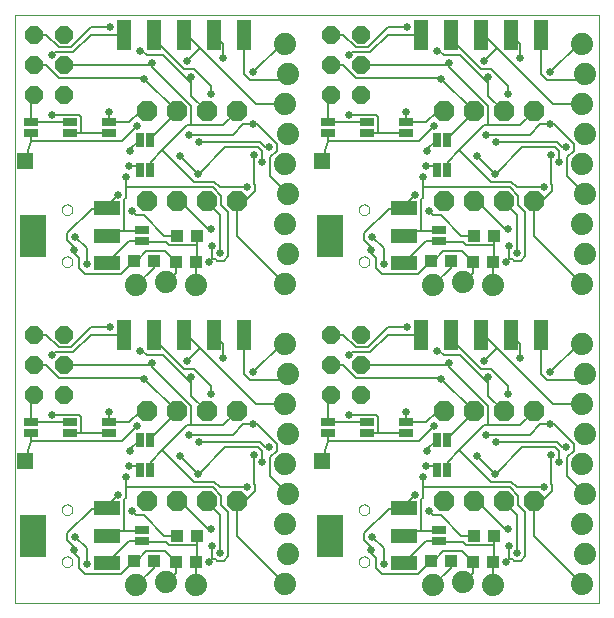
<source format=gbl>
G75*
%MOIN*%
%OFA0B0*%
%FSLAX24Y24*%
%IPPOS*%
%LPD*%
%AMOC8*
5,1,8,0,0,1.08239X$1,22.5*
%
%ADD10C,0.0000*%
%ADD11OC8,0.0680*%
%ADD12R,0.0433X0.0394*%
%ADD13R,0.0500X0.1000*%
%ADD14C,0.0740*%
%ADD15R,0.0880X0.0480*%
%ADD16R,0.0866X0.1417*%
%ADD17R,0.0500X0.0250*%
%ADD18OC8,0.0600*%
%ADD19R,0.0250X0.0500*%
%ADD20R,0.0551X0.0551*%
%ADD21C,0.0080*%
%ADD22C,0.0260*%
%ADD23R,0.0356X0.0356*%
D10*
X000778Y000102D02*
X000778Y019723D01*
X020273Y019723D01*
X020273Y000102D01*
X000778Y000102D01*
X002351Y001485D02*
X002353Y001511D01*
X002359Y001537D01*
X002369Y001562D01*
X002382Y001585D01*
X002398Y001605D01*
X002418Y001623D01*
X002440Y001638D01*
X002463Y001650D01*
X002489Y001658D01*
X002515Y001662D01*
X002541Y001662D01*
X002567Y001658D01*
X002593Y001650D01*
X002617Y001638D01*
X002638Y001623D01*
X002658Y001605D01*
X002674Y001585D01*
X002687Y001562D01*
X002697Y001537D01*
X002703Y001511D01*
X002705Y001485D01*
X002703Y001459D01*
X002697Y001433D01*
X002687Y001408D01*
X002674Y001385D01*
X002658Y001365D01*
X002638Y001347D01*
X002616Y001332D01*
X002593Y001320D01*
X002567Y001312D01*
X002541Y001308D01*
X002515Y001308D01*
X002489Y001312D01*
X002463Y001320D01*
X002439Y001332D01*
X002418Y001347D01*
X002398Y001365D01*
X002382Y001385D01*
X002369Y001408D01*
X002359Y001433D01*
X002353Y001459D01*
X002351Y001485D01*
X002351Y003218D02*
X002353Y003244D01*
X002359Y003270D01*
X002369Y003295D01*
X002382Y003318D01*
X002398Y003338D01*
X002418Y003356D01*
X002440Y003371D01*
X002463Y003383D01*
X002489Y003391D01*
X002515Y003395D01*
X002541Y003395D01*
X002567Y003391D01*
X002593Y003383D01*
X002617Y003371D01*
X002638Y003356D01*
X002658Y003338D01*
X002674Y003318D01*
X002687Y003295D01*
X002697Y003270D01*
X002703Y003244D01*
X002705Y003218D01*
X002703Y003192D01*
X002697Y003166D01*
X002687Y003141D01*
X002674Y003118D01*
X002658Y003098D01*
X002638Y003080D01*
X002616Y003065D01*
X002593Y003053D01*
X002567Y003045D01*
X002541Y003041D01*
X002515Y003041D01*
X002489Y003045D01*
X002463Y003053D01*
X002439Y003065D01*
X002418Y003080D01*
X002398Y003098D01*
X002382Y003118D01*
X002369Y003141D01*
X002359Y003166D01*
X002353Y003192D01*
X002351Y003218D01*
X002351Y011485D02*
X002353Y011511D01*
X002359Y011537D01*
X002369Y011562D01*
X002382Y011585D01*
X002398Y011605D01*
X002418Y011623D01*
X002440Y011638D01*
X002463Y011650D01*
X002489Y011658D01*
X002515Y011662D01*
X002541Y011662D01*
X002567Y011658D01*
X002593Y011650D01*
X002617Y011638D01*
X002638Y011623D01*
X002658Y011605D01*
X002674Y011585D01*
X002687Y011562D01*
X002697Y011537D01*
X002703Y011511D01*
X002705Y011485D01*
X002703Y011459D01*
X002697Y011433D01*
X002687Y011408D01*
X002674Y011385D01*
X002658Y011365D01*
X002638Y011347D01*
X002616Y011332D01*
X002593Y011320D01*
X002567Y011312D01*
X002541Y011308D01*
X002515Y011308D01*
X002489Y011312D01*
X002463Y011320D01*
X002439Y011332D01*
X002418Y011347D01*
X002398Y011365D01*
X002382Y011385D01*
X002369Y011408D01*
X002359Y011433D01*
X002353Y011459D01*
X002351Y011485D01*
X002351Y013218D02*
X002353Y013244D01*
X002359Y013270D01*
X002369Y013295D01*
X002382Y013318D01*
X002398Y013338D01*
X002418Y013356D01*
X002440Y013371D01*
X002463Y013383D01*
X002489Y013391D01*
X002515Y013395D01*
X002541Y013395D01*
X002567Y013391D01*
X002593Y013383D01*
X002617Y013371D01*
X002638Y013356D01*
X002658Y013338D01*
X002674Y013318D01*
X002687Y013295D01*
X002697Y013270D01*
X002703Y013244D01*
X002705Y013218D01*
X002703Y013192D01*
X002697Y013166D01*
X002687Y013141D01*
X002674Y013118D01*
X002658Y013098D01*
X002638Y013080D01*
X002616Y013065D01*
X002593Y013053D01*
X002567Y013045D01*
X002541Y013041D01*
X002515Y013041D01*
X002489Y013045D01*
X002463Y013053D01*
X002439Y013065D01*
X002418Y013080D01*
X002398Y013098D01*
X002382Y013118D01*
X002369Y013141D01*
X002359Y013166D01*
X002353Y013192D01*
X002351Y013218D01*
X012251Y013218D02*
X012253Y013244D01*
X012259Y013270D01*
X012269Y013295D01*
X012282Y013318D01*
X012298Y013338D01*
X012318Y013356D01*
X012340Y013371D01*
X012363Y013383D01*
X012389Y013391D01*
X012415Y013395D01*
X012441Y013395D01*
X012467Y013391D01*
X012493Y013383D01*
X012517Y013371D01*
X012538Y013356D01*
X012558Y013338D01*
X012574Y013318D01*
X012587Y013295D01*
X012597Y013270D01*
X012603Y013244D01*
X012605Y013218D01*
X012603Y013192D01*
X012597Y013166D01*
X012587Y013141D01*
X012574Y013118D01*
X012558Y013098D01*
X012538Y013080D01*
X012516Y013065D01*
X012493Y013053D01*
X012467Y013045D01*
X012441Y013041D01*
X012415Y013041D01*
X012389Y013045D01*
X012363Y013053D01*
X012339Y013065D01*
X012318Y013080D01*
X012298Y013098D01*
X012282Y013118D01*
X012269Y013141D01*
X012259Y013166D01*
X012253Y013192D01*
X012251Y013218D01*
X012251Y011485D02*
X012253Y011511D01*
X012259Y011537D01*
X012269Y011562D01*
X012282Y011585D01*
X012298Y011605D01*
X012318Y011623D01*
X012340Y011638D01*
X012363Y011650D01*
X012389Y011658D01*
X012415Y011662D01*
X012441Y011662D01*
X012467Y011658D01*
X012493Y011650D01*
X012517Y011638D01*
X012538Y011623D01*
X012558Y011605D01*
X012574Y011585D01*
X012587Y011562D01*
X012597Y011537D01*
X012603Y011511D01*
X012605Y011485D01*
X012603Y011459D01*
X012597Y011433D01*
X012587Y011408D01*
X012574Y011385D01*
X012558Y011365D01*
X012538Y011347D01*
X012516Y011332D01*
X012493Y011320D01*
X012467Y011312D01*
X012441Y011308D01*
X012415Y011308D01*
X012389Y011312D01*
X012363Y011320D01*
X012339Y011332D01*
X012318Y011347D01*
X012298Y011365D01*
X012282Y011385D01*
X012269Y011408D01*
X012259Y011433D01*
X012253Y011459D01*
X012251Y011485D01*
X012251Y003218D02*
X012253Y003244D01*
X012259Y003270D01*
X012269Y003295D01*
X012282Y003318D01*
X012298Y003338D01*
X012318Y003356D01*
X012340Y003371D01*
X012363Y003383D01*
X012389Y003391D01*
X012415Y003395D01*
X012441Y003395D01*
X012467Y003391D01*
X012493Y003383D01*
X012517Y003371D01*
X012538Y003356D01*
X012558Y003338D01*
X012574Y003318D01*
X012587Y003295D01*
X012597Y003270D01*
X012603Y003244D01*
X012605Y003218D01*
X012603Y003192D01*
X012597Y003166D01*
X012587Y003141D01*
X012574Y003118D01*
X012558Y003098D01*
X012538Y003080D01*
X012516Y003065D01*
X012493Y003053D01*
X012467Y003045D01*
X012441Y003041D01*
X012415Y003041D01*
X012389Y003045D01*
X012363Y003053D01*
X012339Y003065D01*
X012318Y003080D01*
X012298Y003098D01*
X012282Y003118D01*
X012269Y003141D01*
X012259Y003166D01*
X012253Y003192D01*
X012251Y003218D01*
X012251Y001485D02*
X012253Y001511D01*
X012259Y001537D01*
X012269Y001562D01*
X012282Y001585D01*
X012298Y001605D01*
X012318Y001623D01*
X012340Y001638D01*
X012363Y001650D01*
X012389Y001658D01*
X012415Y001662D01*
X012441Y001662D01*
X012467Y001658D01*
X012493Y001650D01*
X012517Y001638D01*
X012538Y001623D01*
X012558Y001605D01*
X012574Y001585D01*
X012587Y001562D01*
X012597Y001537D01*
X012603Y001511D01*
X012605Y001485D01*
X012603Y001459D01*
X012597Y001433D01*
X012587Y001408D01*
X012574Y001385D01*
X012558Y001365D01*
X012538Y001347D01*
X012516Y001332D01*
X012493Y001320D01*
X012467Y001312D01*
X012441Y001308D01*
X012415Y001308D01*
X012389Y001312D01*
X012363Y001320D01*
X012339Y001332D01*
X012318Y001347D01*
X012298Y001365D01*
X012282Y001385D01*
X012269Y001408D01*
X012259Y001433D01*
X012253Y001459D01*
X012251Y001485D01*
D11*
X015083Y003500D03*
X016083Y003500D03*
X017083Y003500D03*
X018083Y003500D03*
X018083Y006500D03*
X017083Y006500D03*
X016083Y006500D03*
X015083Y006500D03*
X015083Y013500D03*
X016083Y013500D03*
X017083Y013500D03*
X018083Y013500D03*
X018083Y016500D03*
X017083Y016500D03*
X016083Y016500D03*
X015083Y016500D03*
X008183Y016500D03*
X007183Y016500D03*
X006183Y016500D03*
X005183Y016500D03*
X005183Y013500D03*
X006183Y013500D03*
X007183Y013500D03*
X008183Y013500D03*
X008183Y006500D03*
X007183Y006500D03*
X006183Y006500D03*
X005183Y006500D03*
X005183Y003500D03*
X006183Y003500D03*
X007183Y003500D03*
X008183Y003500D03*
D12*
X006862Y002352D03*
X006193Y002352D03*
X006157Y001494D03*
X006826Y001494D03*
X005426Y001513D03*
X004757Y001513D03*
X004757Y011513D03*
X005426Y011513D03*
X006157Y011494D03*
X006826Y011494D03*
X006862Y012352D03*
X006193Y012352D03*
X014657Y011513D03*
X015326Y011513D03*
X016057Y011494D03*
X016726Y011494D03*
X016762Y012352D03*
X016093Y012352D03*
X016093Y002352D03*
X016762Y002352D03*
X016726Y001494D03*
X016057Y001494D03*
X015326Y001513D03*
X014657Y001513D03*
D13*
X014328Y009052D03*
X015328Y009052D03*
X016328Y009052D03*
X017328Y009052D03*
X018328Y009052D03*
X018328Y019052D03*
X017328Y019052D03*
X016328Y019052D03*
X015328Y019052D03*
X014328Y019052D03*
X008428Y019052D03*
X007428Y019052D03*
X006428Y019052D03*
X005428Y019052D03*
X004428Y019052D03*
X004428Y009052D03*
X005428Y009052D03*
X006428Y009052D03*
X007428Y009052D03*
X008428Y009052D03*
D14*
X009778Y008752D03*
X009878Y007752D03*
X009778Y006752D03*
X009878Y005752D03*
X009778Y004752D03*
X009878Y003752D03*
X009778Y002752D03*
X009878Y001752D03*
X009778Y000752D03*
X006828Y000702D03*
X005828Y000802D03*
X004828Y000702D03*
X004828Y010702D03*
X005828Y010802D03*
X006828Y010702D03*
X009778Y010752D03*
X009878Y011752D03*
X009778Y012752D03*
X009878Y013752D03*
X009778Y014752D03*
X009878Y015752D03*
X009778Y016752D03*
X009878Y017752D03*
X009778Y018752D03*
X015728Y010802D03*
X016728Y010702D03*
X014728Y010702D03*
X019678Y010752D03*
X019778Y011752D03*
X019678Y012752D03*
X019778Y013752D03*
X019678Y014752D03*
X019778Y015752D03*
X019678Y016752D03*
X019778Y017752D03*
X019678Y018752D03*
X019678Y008752D03*
X019778Y007752D03*
X019678Y006752D03*
X019778Y005752D03*
X019678Y004752D03*
X019778Y003752D03*
X019678Y002752D03*
X019778Y001752D03*
X019678Y000752D03*
X016728Y000702D03*
X015728Y000802D03*
X014728Y000702D03*
D15*
X013748Y001442D03*
X013748Y002352D03*
X013748Y003262D03*
X013748Y011442D03*
X013748Y012352D03*
X013748Y013262D03*
X003848Y013262D03*
X003848Y012352D03*
X003848Y011442D03*
X003848Y003262D03*
X003848Y002352D03*
X003848Y001442D03*
D16*
X001407Y002352D03*
X001407Y012352D03*
X011307Y012352D03*
X011307Y002352D03*
D17*
X011228Y005774D03*
X011228Y006129D03*
X012528Y006129D03*
X012528Y005774D03*
X013828Y005774D03*
X013828Y006129D03*
X014928Y002529D03*
X014928Y002174D03*
X014928Y012174D03*
X014928Y012529D03*
X013828Y015774D03*
X013828Y016129D03*
X012528Y016129D03*
X012528Y015774D03*
X011228Y015774D03*
X011228Y016129D03*
X005028Y012529D03*
X005028Y012174D03*
X003928Y015774D03*
X003928Y016129D03*
X002628Y016129D03*
X002628Y015774D03*
X001328Y015774D03*
X001328Y016129D03*
X001328Y006129D03*
X001328Y005774D03*
X002628Y005774D03*
X002628Y006129D03*
X003928Y006129D03*
X003928Y005774D03*
X005028Y002529D03*
X005028Y002174D03*
D18*
X002428Y007052D03*
X002428Y008052D03*
X001428Y008052D03*
X001428Y007052D03*
X001428Y009052D03*
X002428Y009052D03*
X002428Y017052D03*
X002428Y018052D03*
X002428Y019052D03*
X001428Y019052D03*
X001428Y018052D03*
X001428Y017052D03*
X011328Y017052D03*
X011328Y018052D03*
X011328Y019052D03*
X012328Y019052D03*
X012328Y018052D03*
X012328Y017052D03*
X012328Y009052D03*
X012328Y008052D03*
X012328Y007052D03*
X011328Y007052D03*
X011328Y008052D03*
X011328Y009052D03*
D19*
X014850Y005552D03*
X015205Y005552D03*
X015205Y004552D03*
X014850Y004552D03*
X014850Y014552D03*
X015205Y014552D03*
X015205Y015552D03*
X014850Y015552D03*
X005305Y015552D03*
X004950Y015552D03*
X004950Y014552D03*
X005305Y014552D03*
X005305Y005552D03*
X004950Y005552D03*
X004950Y004552D03*
X005305Y004552D03*
D20*
X001128Y004852D03*
X001128Y014852D03*
X011028Y014852D03*
X011028Y004852D03*
D21*
X011228Y005522D01*
X014248Y005522D01*
X014748Y006022D01*
X014488Y006132D02*
X014848Y006492D01*
X015078Y006492D01*
X015083Y006500D01*
X014488Y006132D02*
X013828Y006132D01*
X013828Y006129D01*
X013808Y006162D01*
X013808Y006482D01*
X013828Y005774D02*
X013828Y005772D01*
X012898Y005772D01*
X012898Y006312D01*
X012818Y006392D01*
X011908Y006392D01*
X012528Y006132D02*
X011258Y006132D01*
X011228Y006129D01*
X011228Y006952D01*
X011328Y007052D01*
X011328Y008052D02*
X011728Y008052D01*
X012168Y007612D01*
X014968Y007612D01*
X014998Y007592D01*
X016058Y006532D01*
X016083Y006500D01*
X016078Y006492D01*
X015208Y005622D01*
X015208Y005552D01*
X015205Y005552D01*
X014850Y005552D02*
X014848Y005552D01*
X014528Y005232D01*
X014528Y005182D01*
X014488Y004662D02*
X014738Y004662D01*
X014848Y004552D01*
X014850Y004552D01*
X015205Y004552D02*
X015208Y004552D01*
X015208Y004812D01*
X015603Y005207D01*
X016668Y004142D01*
X017328Y004142D01*
X017508Y003962D01*
X018418Y003962D01*
X018668Y004082D02*
X018678Y004072D01*
X018678Y003852D01*
X018118Y003292D01*
X018083Y003500D01*
X018088Y003492D01*
X018088Y002342D01*
X019678Y000752D01*
X017798Y001672D02*
X017798Y003132D01*
X017548Y003382D01*
X017548Y003692D01*
X017278Y003962D01*
X014388Y003962D01*
X014388Y003612D01*
X014338Y003562D01*
X014338Y002522D01*
X014928Y002522D01*
X014928Y002529D01*
X014928Y002174D02*
X014958Y002152D01*
X015708Y002152D01*
X015828Y002032D01*
X016758Y002032D01*
X016758Y002352D01*
X016762Y002352D01*
X016758Y002032D02*
X016758Y001512D01*
X016726Y001494D01*
X016728Y001492D01*
X016728Y000702D01*
X017168Y001492D02*
X017268Y001592D01*
X017298Y001572D01*
X017378Y001572D01*
X017428Y001522D01*
X017648Y001522D01*
X017798Y001672D01*
X017538Y001782D02*
X017538Y003042D01*
X017088Y003492D01*
X017083Y003500D01*
X016208Y003492D02*
X017128Y002572D01*
X017228Y002572D01*
X017268Y002022D02*
X017268Y001592D01*
X016057Y001494D02*
X016008Y001502D01*
X015678Y001832D01*
X015058Y001832D01*
X014748Y001522D01*
X014658Y001522D01*
X014657Y001513D01*
X014638Y001482D01*
X014238Y001082D01*
X013038Y001082D01*
X012828Y001292D01*
X012828Y001612D01*
X012688Y001752D01*
X012688Y001932D01*
X012668Y001862D01*
X012668Y001982D01*
X012438Y002212D01*
X012438Y002432D01*
X013248Y003242D01*
X013718Y003242D01*
X013748Y003262D01*
X013748Y003342D01*
X014128Y003722D01*
X014388Y003962D02*
X014388Y004302D01*
X014598Y003172D02*
X014738Y003032D01*
X014978Y003032D01*
X015658Y002352D01*
X016093Y002352D01*
X016057Y001494D02*
X016048Y001492D01*
X016048Y001122D01*
X015728Y000802D01*
X015318Y001292D02*
X014728Y000702D01*
X015318Y001292D02*
X015318Y001512D01*
X015326Y001513D01*
X014928Y002172D02*
X014928Y002174D01*
X014928Y002172D02*
X014478Y002172D01*
X013748Y001442D01*
X013088Y001402D02*
X013088Y001932D01*
X012698Y002322D01*
X013748Y002352D02*
X013918Y002522D01*
X014338Y002522D01*
X016088Y003492D02*
X016083Y003500D01*
X016088Y003492D02*
X016208Y003492D01*
X016778Y004402D02*
X016808Y004422D01*
X017698Y005312D01*
X018778Y005312D01*
X018928Y005162D01*
X018928Y004802D01*
X018668Y005052D02*
X018668Y004082D01*
X019188Y004342D02*
X019778Y003752D01*
X019188Y004342D02*
X019188Y004962D01*
X019418Y005192D01*
X019418Y005412D01*
X018748Y006082D01*
X018638Y006082D01*
X018608Y006062D01*
X018298Y006062D01*
X017958Y005722D01*
X016488Y005722D01*
X016548Y006032D02*
X016428Y006032D01*
X015603Y005207D01*
X016178Y005002D02*
X016778Y004402D01*
X016828Y005462D02*
X016838Y005472D01*
X018848Y005472D01*
X019018Y005302D01*
X019158Y005302D01*
X018078Y006492D02*
X018083Y006500D01*
X018078Y006492D02*
X017618Y006032D01*
X016548Y006032D01*
X016548Y006692D01*
X015258Y007982D01*
X015258Y008122D01*
X015228Y008052D01*
X012328Y008052D01*
X012628Y008472D02*
X012008Y008472D01*
X011908Y008372D01*
X012148Y008632D02*
X012558Y008632D01*
X013238Y009312D01*
X013858Y009312D01*
X014328Y009052D02*
X013208Y009052D01*
X012628Y008472D01*
X012148Y008632D02*
X011728Y009052D01*
X011328Y009052D01*
X009878Y007752D02*
X009678Y007552D01*
X008628Y007552D01*
X008428Y007752D01*
X008428Y009052D01*
X007738Y008742D02*
X007738Y008272D01*
X007738Y008742D02*
X007428Y009052D01*
X006953Y008607D02*
X006528Y008182D01*
X006428Y007912D02*
X006768Y007912D01*
X007338Y007342D01*
X007338Y007082D01*
X007178Y006502D02*
X007183Y006500D01*
X007178Y006502D02*
X006658Y007022D01*
X006658Y007482D01*
X006628Y007482D01*
X005728Y008382D01*
X005178Y008382D01*
X005038Y008522D01*
X004958Y008522D01*
X005358Y008122D02*
X005328Y008052D01*
X002428Y008052D01*
X002268Y007612D02*
X005068Y007612D01*
X005098Y007592D01*
X006158Y006532D01*
X006183Y006500D01*
X006178Y006492D01*
X005308Y005622D01*
X005308Y005552D01*
X005305Y005552D01*
X005703Y005207D02*
X006768Y004142D01*
X007428Y004142D01*
X007608Y003962D01*
X008518Y003962D01*
X008768Y004082D02*
X008778Y004072D01*
X008778Y003852D01*
X008218Y003292D01*
X008183Y003500D01*
X008188Y003492D01*
X008188Y002342D01*
X009778Y000752D01*
X007898Y001672D02*
X007748Y001522D01*
X007528Y001522D01*
X007478Y001572D01*
X007398Y001572D01*
X007368Y001592D01*
X007268Y001492D01*
X007368Y001592D02*
X007368Y002022D01*
X007638Y001782D02*
X007638Y003042D01*
X007188Y003492D01*
X007183Y003500D01*
X007648Y003382D02*
X007648Y003692D01*
X007378Y003962D01*
X004488Y003962D01*
X004488Y003612D01*
X004438Y003562D01*
X004438Y002522D01*
X005028Y002522D01*
X005028Y002529D01*
X005028Y002174D02*
X005058Y002152D01*
X005808Y002152D01*
X005928Y002032D01*
X006858Y002032D01*
X006858Y002352D01*
X006862Y002352D01*
X006858Y002032D02*
X006858Y001512D01*
X006826Y001494D01*
X006828Y001492D01*
X006828Y000702D01*
X006148Y001122D02*
X006148Y001492D01*
X006157Y001494D01*
X006108Y001502D01*
X005778Y001832D01*
X005158Y001832D01*
X004848Y001522D01*
X004758Y001522D01*
X004757Y001513D01*
X004738Y001482D01*
X004338Y001082D01*
X003138Y001082D01*
X002928Y001292D01*
X002928Y001612D01*
X002788Y001752D01*
X002788Y001932D01*
X002768Y001862D01*
X002768Y001982D01*
X002538Y002212D01*
X002538Y002432D01*
X003348Y003242D01*
X003818Y003242D01*
X003848Y003262D01*
X003848Y003342D01*
X004228Y003722D01*
X004488Y003962D02*
X004488Y004302D01*
X004588Y004662D02*
X004838Y004662D01*
X004948Y004552D01*
X004950Y004552D01*
X005305Y004552D02*
X005308Y004552D01*
X005308Y004812D01*
X005703Y005207D01*
X006528Y006032D01*
X006648Y006032D01*
X006648Y006692D01*
X005358Y007982D01*
X005358Y008122D01*
X005428Y008912D02*
X006428Y007912D01*
X006658Y007652D02*
X006658Y007482D01*
X006953Y008607D02*
X006508Y009052D01*
X006428Y009052D01*
X006953Y008607D02*
X008808Y006752D01*
X009778Y006752D01*
X008848Y006082D02*
X009518Y005412D01*
X009518Y005192D01*
X009288Y004962D01*
X009288Y004342D01*
X009878Y003752D01*
X008768Y004082D02*
X008768Y005052D01*
X008878Y005312D02*
X009028Y005162D01*
X009028Y004802D01*
X009118Y005302D02*
X008948Y005472D01*
X006938Y005472D01*
X006928Y005462D01*
X006588Y005722D02*
X008058Y005722D01*
X008398Y006062D01*
X008708Y006062D01*
X008738Y006082D01*
X008848Y006082D01*
X008178Y006492D02*
X008183Y006500D01*
X008178Y006492D02*
X007718Y006032D01*
X006648Y006032D01*
X006278Y005002D02*
X006878Y004402D01*
X006908Y004422D01*
X007798Y005312D01*
X008878Y005312D01*
X009118Y005302D02*
X009258Y005302D01*
X007648Y003382D02*
X007898Y003132D01*
X007898Y001672D01*
X007328Y002572D02*
X007228Y002572D01*
X006308Y003492D01*
X006188Y003492D01*
X006183Y003500D01*
X006193Y002352D02*
X005758Y002352D01*
X005078Y003032D01*
X004838Y003032D01*
X004698Y003172D01*
X004438Y002522D02*
X004018Y002522D01*
X003848Y002352D01*
X003188Y001932D02*
X002798Y002322D01*
X003188Y001932D02*
X003188Y001402D01*
X003848Y001442D02*
X004578Y002172D01*
X005028Y002172D01*
X005028Y002174D01*
X005418Y001512D02*
X005426Y001513D01*
X005418Y001512D02*
X005418Y001292D01*
X004828Y000702D01*
X005828Y000802D02*
X006148Y001122D01*
X004628Y005182D02*
X004628Y005232D01*
X004948Y005552D01*
X004950Y005552D01*
X004848Y006022D02*
X004348Y005522D01*
X001328Y005522D01*
X001328Y005774D01*
X001328Y005522D02*
X001128Y004852D01*
X001328Y006129D02*
X001358Y006132D01*
X002628Y006132D01*
X002628Y006129D01*
X002628Y005774D02*
X002628Y005772D01*
X002998Y005772D01*
X002998Y006312D01*
X002918Y006392D01*
X002008Y006392D01*
X001328Y006129D02*
X001328Y006952D01*
X001428Y007052D01*
X001428Y008052D02*
X001828Y008052D01*
X002268Y007612D01*
X002008Y008372D02*
X002108Y008472D01*
X002728Y008472D01*
X003308Y009052D01*
X004428Y009052D01*
X003958Y009312D02*
X003338Y009312D01*
X002658Y008632D01*
X002248Y008632D01*
X001828Y009052D01*
X001428Y009052D01*
X003138Y011082D02*
X004338Y011082D01*
X004738Y011482D01*
X004757Y011513D01*
X004758Y011522D01*
X004848Y011522D01*
X005158Y011832D01*
X005778Y011832D01*
X006108Y011502D01*
X006157Y011494D01*
X006148Y011492D01*
X006148Y011122D01*
X005828Y010802D01*
X005418Y011292D02*
X004828Y010702D01*
X005418Y011292D02*
X005418Y011512D01*
X005426Y011513D01*
X005928Y012032D02*
X005808Y012152D01*
X005058Y012152D01*
X005028Y012174D01*
X005028Y012172D01*
X004578Y012172D01*
X003848Y011442D01*
X003188Y011402D02*
X003188Y011932D01*
X002798Y012322D01*
X002538Y012432D02*
X003348Y013242D01*
X003818Y013242D01*
X003848Y013262D01*
X003848Y013342D01*
X004228Y013722D01*
X004438Y013562D02*
X004488Y013612D01*
X004488Y013962D01*
X007378Y013962D01*
X007648Y013692D01*
X007648Y013382D01*
X007898Y013132D01*
X007898Y011672D01*
X007748Y011522D01*
X007528Y011522D01*
X007478Y011572D01*
X007398Y011572D01*
X007368Y011592D01*
X007268Y011492D01*
X007368Y011592D02*
X007368Y012022D01*
X007638Y011782D02*
X007638Y013042D01*
X007188Y013492D01*
X007183Y013500D01*
X007608Y013962D02*
X007428Y014142D01*
X006768Y014142D01*
X005703Y015207D01*
X005308Y014812D01*
X005308Y014552D01*
X005305Y014552D01*
X004950Y014552D02*
X004948Y014552D01*
X004838Y014662D01*
X004588Y014662D01*
X004488Y014302D02*
X004488Y013962D01*
X004438Y013562D02*
X004438Y012522D01*
X005028Y012522D01*
X005028Y012529D01*
X005078Y013032D02*
X004838Y013032D01*
X004698Y013172D01*
X005078Y013032D02*
X005758Y012352D01*
X006193Y012352D01*
X005928Y012032D02*
X006858Y012032D01*
X006858Y012352D01*
X006862Y012352D01*
X006858Y012032D02*
X006858Y011512D01*
X006826Y011494D01*
X006828Y011492D01*
X006828Y010702D01*
X005428Y009052D02*
X005428Y008912D01*
X005183Y006500D02*
X005178Y006492D01*
X004948Y006492D01*
X004588Y006132D01*
X003928Y006132D01*
X003928Y006129D01*
X003908Y006162D01*
X003908Y006482D01*
X003928Y005774D02*
X003928Y005772D01*
X002998Y005772D01*
X003138Y011082D02*
X002928Y011292D01*
X002928Y011612D01*
X002788Y011752D01*
X002788Y011932D01*
X002768Y011862D01*
X002768Y011982D01*
X002538Y012212D01*
X002538Y012432D01*
X003848Y012352D02*
X004018Y012522D01*
X004438Y012522D01*
X006188Y013492D02*
X006183Y013500D01*
X006188Y013492D02*
X006308Y013492D01*
X007228Y012572D01*
X007328Y012572D01*
X008188Y012342D02*
X009778Y010752D01*
X009778Y008752D02*
X009678Y008752D01*
X008738Y007812D01*
X011228Y005774D02*
X011228Y005522D01*
X012528Y005772D02*
X012528Y005774D01*
X012528Y005772D02*
X012898Y005772D01*
X012528Y006129D02*
X012528Y006132D01*
X014858Y008522D02*
X014938Y008522D01*
X015078Y008382D01*
X015628Y008382D01*
X016528Y007482D01*
X016558Y007482D01*
X016558Y007652D01*
X016558Y007482D02*
X016558Y007022D01*
X017078Y006502D01*
X017083Y006500D01*
X017238Y007082D02*
X017238Y007342D01*
X016668Y007912D01*
X016328Y007912D01*
X015328Y008912D01*
X015328Y009052D01*
X016328Y009052D02*
X016408Y009052D01*
X016853Y008607D01*
X016428Y008182D01*
X016853Y008607D02*
X018708Y006752D01*
X019678Y006752D01*
X019578Y007552D02*
X019778Y007752D01*
X019578Y007552D02*
X018528Y007552D01*
X018328Y007752D01*
X018328Y009052D01*
X017638Y008742D02*
X017328Y009052D01*
X017638Y008742D02*
X017638Y008272D01*
X018638Y007812D02*
X019578Y008752D01*
X019678Y008752D01*
X019678Y010752D02*
X018088Y012342D01*
X018088Y013492D01*
X018083Y013500D01*
X018118Y013292D01*
X018678Y013852D01*
X018678Y014072D01*
X018668Y014082D01*
X018668Y015052D01*
X018928Y015162D02*
X018928Y014802D01*
X018928Y015162D02*
X018778Y015312D01*
X017698Y015312D01*
X016808Y014422D01*
X016778Y014402D01*
X016178Y015002D01*
X015603Y015207D02*
X016668Y014142D01*
X017328Y014142D01*
X017508Y013962D01*
X018418Y013962D01*
X019188Y014342D02*
X019188Y014962D01*
X019418Y015192D01*
X019418Y015412D01*
X018748Y016082D01*
X018638Y016082D01*
X018608Y016062D01*
X018298Y016062D01*
X017958Y015722D01*
X016488Y015722D01*
X016548Y016032D02*
X016428Y016032D01*
X015603Y015207D01*
X015208Y014812D01*
X015208Y014552D01*
X015205Y014552D01*
X014850Y014552D02*
X014848Y014552D01*
X014738Y014662D01*
X014488Y014662D01*
X014388Y014302D02*
X014388Y013962D01*
X017278Y013962D01*
X017548Y013692D01*
X017548Y013382D01*
X017798Y013132D01*
X017798Y011672D01*
X017648Y011522D01*
X017428Y011522D01*
X017378Y011572D01*
X017298Y011572D01*
X017268Y011592D01*
X017168Y011492D01*
X017268Y011592D02*
X017268Y012022D01*
X017538Y011782D02*
X017538Y013042D01*
X017088Y013492D01*
X017083Y013500D01*
X016208Y013492D02*
X017128Y012572D01*
X017228Y012572D01*
X016762Y012352D02*
X016758Y012352D01*
X016758Y012032D01*
X015828Y012032D01*
X015708Y012152D01*
X014958Y012152D01*
X014928Y012174D01*
X014928Y012172D01*
X014478Y012172D01*
X013748Y011442D01*
X014238Y011082D02*
X014638Y011482D01*
X014657Y011513D01*
X014658Y011522D01*
X014748Y011522D01*
X015058Y011832D01*
X015678Y011832D01*
X016008Y011502D01*
X016057Y011494D01*
X016048Y011492D01*
X016048Y011122D01*
X015728Y010802D01*
X015318Y011292D02*
X014728Y010702D01*
X014238Y011082D02*
X013038Y011082D01*
X012828Y011292D01*
X012828Y011612D01*
X012688Y011752D01*
X012688Y011932D01*
X012668Y011862D01*
X012668Y011982D01*
X012438Y012212D01*
X012438Y012432D01*
X013248Y013242D01*
X013718Y013242D01*
X013748Y013262D01*
X013748Y013342D01*
X014128Y013722D01*
X014338Y013562D02*
X014388Y013612D01*
X014388Y013962D01*
X014338Y013562D02*
X014338Y012522D01*
X014928Y012522D01*
X014928Y012529D01*
X014978Y013032D02*
X014738Y013032D01*
X014598Y013172D01*
X014978Y013032D02*
X015658Y012352D01*
X016093Y012352D01*
X016758Y012032D02*
X016758Y011512D01*
X016726Y011494D01*
X016728Y011492D01*
X016728Y010702D01*
X015318Y011292D02*
X015318Y011512D01*
X015326Y011513D01*
X014338Y012522D02*
X013918Y012522D01*
X013748Y012352D01*
X013088Y011932D02*
X012698Y012322D01*
X013088Y011932D02*
X013088Y011402D01*
X016088Y013492D02*
X016083Y013500D01*
X016088Y013492D02*
X016208Y013492D01*
X016828Y015462D02*
X016838Y015472D01*
X018848Y015472D01*
X019018Y015302D01*
X019158Y015302D01*
X019188Y014342D02*
X019778Y013752D01*
X017618Y016032D02*
X018078Y016492D01*
X018083Y016500D01*
X017618Y016032D02*
X016548Y016032D01*
X016548Y016692D01*
X015258Y017982D01*
X015258Y018122D01*
X015228Y018052D01*
X012328Y018052D01*
X012168Y017612D02*
X014968Y017612D01*
X014998Y017592D01*
X016058Y016532D01*
X016083Y016500D01*
X016078Y016492D01*
X015208Y015622D01*
X015208Y015552D01*
X015205Y015552D01*
X014850Y015552D02*
X014848Y015552D01*
X014528Y015232D01*
X014528Y015182D01*
X014248Y015522D02*
X014748Y016022D01*
X014488Y016132D02*
X014848Y016492D01*
X015078Y016492D01*
X015083Y016500D01*
X014488Y016132D02*
X013828Y016132D01*
X013828Y016129D01*
X013808Y016162D01*
X013808Y016482D01*
X013828Y015774D02*
X013828Y015772D01*
X012898Y015772D01*
X012898Y016312D01*
X012818Y016392D01*
X011908Y016392D01*
X012528Y016132D02*
X011258Y016132D01*
X011228Y016129D01*
X011228Y016952D01*
X011328Y017052D01*
X011328Y018052D02*
X011728Y018052D01*
X012168Y017612D01*
X011908Y018372D02*
X012008Y018472D01*
X012628Y018472D01*
X013208Y019052D01*
X014328Y019052D01*
X014858Y018522D02*
X014938Y018522D01*
X015078Y018382D01*
X015628Y018382D01*
X016528Y017482D01*
X016558Y017482D01*
X016558Y017652D01*
X016558Y017482D02*
X016558Y017022D01*
X017078Y016502D01*
X017083Y016500D01*
X017238Y017082D02*
X017238Y017342D01*
X016668Y017912D01*
X016328Y017912D01*
X015328Y018912D01*
X015328Y019052D01*
X016328Y019052D02*
X016408Y019052D01*
X016853Y018607D01*
X016428Y018182D01*
X016853Y018607D02*
X018708Y016752D01*
X019678Y016752D01*
X019578Y017552D02*
X019778Y017752D01*
X019578Y017552D02*
X018528Y017552D01*
X018328Y017752D01*
X018328Y019052D01*
X017638Y018742D02*
X017638Y018272D01*
X017638Y018742D02*
X017328Y019052D01*
X018638Y017812D02*
X019578Y018752D01*
X019678Y018752D01*
X014248Y015522D02*
X011228Y015522D01*
X011228Y015774D01*
X011228Y015522D02*
X011028Y014852D01*
X009878Y013752D02*
X009288Y014342D01*
X009288Y014962D01*
X009518Y015192D01*
X009518Y015412D01*
X008848Y016082D01*
X008738Y016082D01*
X008708Y016062D01*
X008398Y016062D01*
X008058Y015722D01*
X006588Y015722D01*
X006648Y016032D02*
X006648Y016692D01*
X005358Y017982D01*
X005358Y018122D01*
X005328Y018052D01*
X002428Y018052D01*
X002268Y017612D02*
X005068Y017612D01*
X005098Y017592D01*
X006158Y016532D01*
X006183Y016500D01*
X006178Y016492D01*
X005308Y015622D01*
X005308Y015552D01*
X005305Y015552D01*
X004950Y015552D02*
X004948Y015552D01*
X004628Y015232D01*
X004628Y015182D01*
X004348Y015522D02*
X004848Y016022D01*
X004588Y016132D02*
X004948Y016492D01*
X005178Y016492D01*
X005183Y016500D01*
X004588Y016132D02*
X003928Y016132D01*
X003928Y016129D01*
X003908Y016162D01*
X003908Y016482D01*
X003928Y015774D02*
X003928Y015772D01*
X002998Y015772D01*
X002998Y016312D01*
X002918Y016392D01*
X002008Y016392D01*
X002628Y016132D02*
X001358Y016132D01*
X001328Y016129D01*
X001328Y016952D01*
X001428Y017052D01*
X001428Y018052D02*
X001828Y018052D01*
X002268Y017612D01*
X002008Y018372D02*
X002108Y018472D01*
X002728Y018472D01*
X003308Y019052D01*
X004428Y019052D01*
X003958Y019312D02*
X003338Y019312D01*
X002658Y018632D01*
X002248Y018632D01*
X001828Y019052D01*
X001428Y019052D01*
X002628Y016132D02*
X002628Y016129D01*
X002628Y015774D02*
X002628Y015772D01*
X002998Y015772D01*
X004348Y015522D02*
X001328Y015522D01*
X001328Y015774D01*
X001328Y015522D02*
X001128Y014852D01*
X004958Y018522D02*
X005038Y018522D01*
X005178Y018382D01*
X005728Y018382D01*
X006628Y017482D01*
X006658Y017482D01*
X006658Y017652D01*
X006658Y017482D02*
X006658Y017022D01*
X007178Y016502D01*
X007183Y016500D01*
X007718Y016032D02*
X008178Y016492D01*
X008183Y016500D01*
X007718Y016032D02*
X006648Y016032D01*
X006528Y016032D01*
X005703Y015207D01*
X006278Y015002D02*
X006878Y014402D01*
X006908Y014422D01*
X007798Y015312D01*
X008878Y015312D01*
X009028Y015162D01*
X009028Y014802D01*
X008768Y015052D02*
X008768Y014082D01*
X008778Y014072D01*
X008778Y013852D01*
X008218Y013292D01*
X008183Y013500D01*
X008188Y013492D01*
X008188Y012342D01*
X008518Y013962D02*
X007608Y013962D01*
X006928Y015462D02*
X006938Y015472D01*
X008948Y015472D01*
X009118Y015302D01*
X009258Y015302D01*
X008808Y016752D02*
X009778Y016752D01*
X009678Y017552D02*
X009878Y017752D01*
X009678Y017552D02*
X008628Y017552D01*
X008428Y017752D01*
X008428Y019052D01*
X007738Y018742D02*
X007738Y018272D01*
X007738Y018742D02*
X007428Y019052D01*
X006953Y018607D02*
X006528Y018182D01*
X006428Y017912D02*
X006768Y017912D01*
X007338Y017342D01*
X007338Y017082D01*
X006428Y017912D02*
X005428Y018912D01*
X005428Y019052D01*
X006428Y019052D02*
X006508Y019052D01*
X006953Y018607D01*
X008808Y016752D01*
X008738Y017812D02*
X009678Y018752D01*
X009778Y018752D01*
X011328Y019052D02*
X011728Y019052D01*
X012148Y018632D01*
X012558Y018632D01*
X013238Y019312D01*
X013858Y019312D01*
X012528Y016132D02*
X012528Y016129D01*
X012528Y015774D02*
X012528Y015772D01*
X012898Y015772D01*
D22*
X013808Y016482D03*
X014748Y016022D03*
X014528Y015182D03*
X014488Y014662D03*
X014388Y014302D03*
X014128Y013722D03*
X014598Y013172D03*
X013088Y011402D03*
X012668Y011862D03*
X012698Y012322D03*
X013858Y009312D03*
X014858Y008522D03*
X015258Y008122D03*
X014998Y007592D03*
X013808Y006482D03*
X014748Y006022D03*
X014528Y005182D03*
X014488Y004662D03*
X014388Y004302D03*
X014128Y003722D03*
X014598Y003172D03*
X013088Y001402D03*
X012668Y001862D03*
X012698Y002322D03*
X016178Y005002D03*
X016488Y005722D03*
X016828Y005462D03*
X016778Y004402D03*
X018418Y003962D03*
X018928Y004802D03*
X018668Y005052D03*
X019158Y005302D03*
X018638Y006082D03*
X017238Y007082D03*
X016558Y007652D03*
X016428Y008182D03*
X017638Y008272D03*
X018638Y007812D03*
X017168Y011492D03*
X017538Y011782D03*
X017268Y012022D03*
X017228Y012572D03*
X018418Y013962D03*
X018928Y014802D03*
X018668Y015052D03*
X019158Y015302D03*
X018638Y016082D03*
X017238Y017082D03*
X016558Y017652D03*
X016428Y018182D03*
X015258Y018122D03*
X014858Y018522D03*
X014998Y017592D03*
X013858Y019312D03*
X011908Y018372D03*
X011908Y016392D03*
X009258Y015302D03*
X008768Y015052D03*
X009028Y014802D03*
X008518Y013962D03*
X007328Y012572D03*
X007368Y012022D03*
X007638Y011782D03*
X007268Y011492D03*
X004698Y013172D03*
X004228Y013722D03*
X004488Y014302D03*
X004588Y014662D03*
X004628Y015182D03*
X004848Y016022D03*
X003908Y016482D03*
X005098Y017592D03*
X005358Y018122D03*
X004958Y018522D03*
X003958Y019312D03*
X002008Y018372D03*
X002008Y016392D03*
X002798Y012322D03*
X002768Y011862D03*
X003188Y011402D03*
X003958Y009312D03*
X004958Y008522D03*
X005358Y008122D03*
X005098Y007592D03*
X003908Y006482D03*
X004848Y006022D03*
X004628Y005182D03*
X004588Y004662D03*
X004488Y004302D03*
X004228Y003722D03*
X004698Y003172D03*
X003188Y001402D03*
X002768Y001862D03*
X002798Y002322D03*
X006278Y005002D03*
X006588Y005722D03*
X006928Y005462D03*
X006878Y004402D03*
X008518Y003962D03*
X009028Y004802D03*
X008768Y005052D03*
X009258Y005302D03*
X008738Y006082D03*
X007338Y007082D03*
X006658Y007652D03*
X006528Y008182D03*
X007738Y008272D03*
X008738Y007812D03*
X011908Y008372D03*
X011908Y006392D03*
X007638Y001782D03*
X007368Y002022D03*
X007328Y002572D03*
X007268Y001492D03*
X002008Y006392D03*
X002008Y008372D03*
X006878Y014402D03*
X006278Y015002D03*
X006928Y015462D03*
X006588Y015722D03*
X007338Y017082D03*
X006658Y017652D03*
X006528Y018182D03*
X007738Y018272D03*
X008738Y017812D03*
X008738Y016082D03*
X016178Y015002D03*
X016828Y015462D03*
X016488Y015722D03*
X016778Y014402D03*
X018638Y017812D03*
X017638Y018272D03*
X017228Y002572D03*
X017268Y002022D03*
X017538Y001782D03*
X017168Y001492D03*
D23*
X011028Y004852D03*
X011028Y014852D03*
X001128Y014852D03*
X001128Y004852D03*
M02*

</source>
